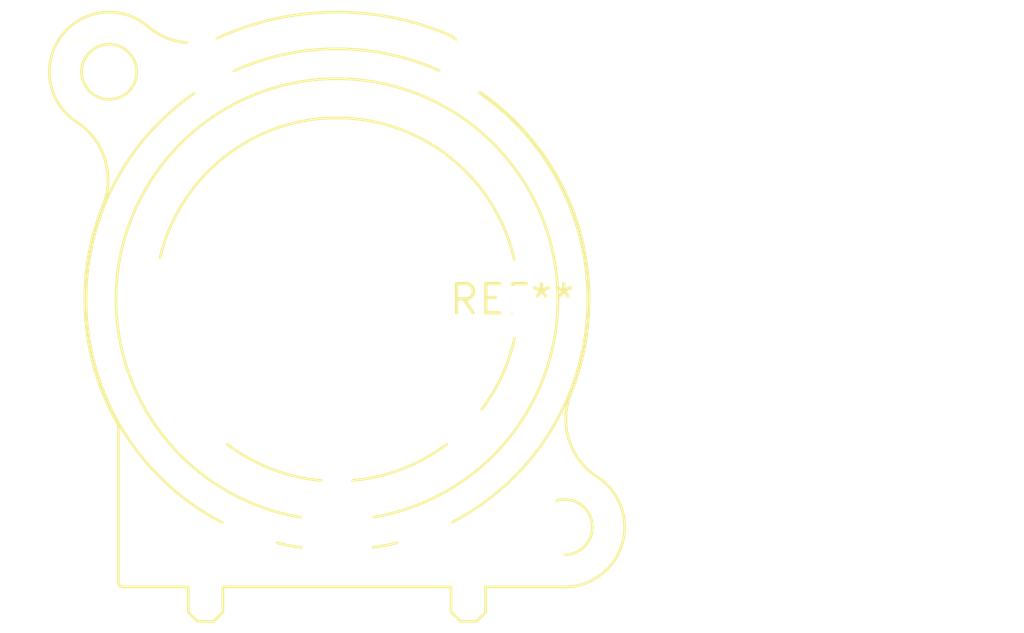
<source format=kicad_pcb>
(kicad_pcb (version 20240108) (generator pcbnew)
  (layers (0 "F.Cu" signal) (31 "B.Cu" signal) (34 "B.Paste" user) (35 "F.Paste" user) (36 "B.SilkS" user "B.Silkscreen") (37 "F.SilkS" user "F.Silkscreen") (38 "B.Mask" user) (39 "F.Mask" user) (44 "Edge.Cuts" user))
  (net 0 "")
  (footprint "Jack_XLR-6.35mm_Neutrik_NCJ6FA-V_Vertical" (layer "F.Cu") (at 0 0)
    (property "Reference" "REF**")
    (property "Value" "Jack_XLR-6.35mm_Neutrik_NCJ6FA-V_Vertical")
    (fp_line (start -17.12 5.51) (end -17.12 12.3) (layer "F.SilkS") (stroke (width 0.12)))
    (fp_line (start -14.08 12.5) (end -16.92 12.5) (layer "F.SilkS") (stroke (width 0.12)))
    (fp_line (start -14.08 12.5) (end -14.08 13.6) (layer "F.SilkS") (stroke (width 0.12)))
    (fp_line (start -13.68 14) (end -14.08 13.6) (layer "F.SilkS") (stroke (width 0.12)))
    (fp_line (start -12.98 14) (end -13.68 14) (layer "F.SilkS") (stroke (width 0.12)))
    (fp_line (start -12.98 14) (end -12.58 13.6) (layer "F.SilkS") (stroke (width 0.12)))
    (fp_line (start -12.58 12.5) (end -12.58 13.6) (layer "F.SilkS") (stroke (width 0.12)))
    (fp_line (start -12.58 12.5) (end -2.66 12.5) (layer "F.SilkS") (stroke (width 0.12)))
    (fp_line (start -2.66 12.5) (end -2.66 13.6) (layer "F.SilkS") (stroke (width 0.12)))
    (fp_line (start -2.26 14) (end -2.66 13.6) (layer "F.SilkS") (stroke (width 0.12)))
    (fp_line (start -1.56 14) (end -2.26 14) (layer "F.SilkS") (stroke (width 0.12)))
    (fp_line (start -1.56 14) (end -1.16 13.6) (layer "F.SilkS") (stroke (width 0.12)))
    (fp_line (start -1.16 12.5) (end -1.16 13.6) (layer "F.SilkS") (stroke (width 0.12)))
    (fp_line (start 2.28 12.5) (end -1.16 12.5) (layer "F.SilkS") (stroke (width 0.12)))
    (fp_arc (start -18.934795 -7.72258) (mid -19.602935 -11.450543) (end -15.84 -11.88) (layer "F.SilkS") (stroke (width 0.12)))
    (fp_arc (start -18.930969 -7.719195) (mid -17.705389 -6.104985) (end -17.79 -4.08) (layer "F.SilkS") (stroke (width 0.12)))
    (fp_arc (start -17.154956 5.397698) (mid -17.130185 5.451579) (end -17.12 5.51) (layer "F.SilkS") (stroke (width 0.12)))
    (fp_arc (start -17.144015 5.419265) (mid -18.552638 0.743459) (end -17.79 -4.08) (layer "F.SilkS") (stroke (width 0.12)))
    (fp_arc (start -16.92 12.5) (mid -17.061421 12.441421) (end -17.12 12.3) (layer "F.SilkS") (stroke (width 0.12)))
    (fp_arc (start -15.31 -1.8) (mid -7.589115 -7.897794) (end 0.083843 -1.739802) (layer "F.SilkS") (stroke (width 0.12)))
    (fp_arc (start -14.148924 -11.168665) (mid -15.050317 -11.391547) (end -15.84 -11.88) (layer "F.SilkS") (stroke (width 0.12)))
    (fp_arc (start -12.835768 -11.357498) (mid -7.808953 -12.496451) (end -2.75 -11.51) (layer "F.SilkS") (stroke (width 0.12)))
    (fp_arc (start -12.6 9.7) (mid -18.500043 0.717682) (end -13.830991 -8.961807) (layer "F.SilkS") (stroke (width 0.12)))
    (fp_arc (start -12.1 -9.94) (mid -7.641178 -10.902915) (end -3.178648 -9.957329) (layer "F.SilkS") (stroke (width 0.12)))
    (fp_arc (start -9.2 9.47) (mid -7.62467 -9.6009) (end -6.030789 9.468459) (layer "F.SilkS") (stroke (width 0.12)))
    (fp_arc (start -9.17 10.79) (mid -9.695239 10.701401) (end -10.215522 10.58725) (layer "F.SilkS") (stroke (width 0.12)))
    (fp_arc (start -8.3 7.87) (mid -10.455796 7.372758) (end -12.389148 6.297184) (layer "F.SilkS") (stroke (width 0.12)))
    (fp_arc (start -5 10.58) (mid -5.529293 10.697184) (end -6.063757 10.787906) (layer "F.SilkS") (stroke (width 0.12)))
    (fp_arc (start -2.850852 6.297184) (mid -4.784204 7.372758) (end -6.94 7.87) (layer "F.SilkS") (stroke (width 0.12)))
    (fp_arc (start -2.789231 -11.524852) (mid -2.608846 -11.434431) (end -2.45 -11.31) (layer "F.SilkS") (stroke (width 0.12)))
    (fp_arc (start -1.45 -8.99) (mid 3.262553 0.677525) (end -2.61272 9.685874) (layer "F.SilkS") (stroke (width 0.12)))
    (fp_arc (start -1.372521 -9.002461) (mid 2.876242 -3.147094) (end 2.55 4.08) (layer "F.SilkS") (stroke (width 0.12)))
    (fp_arc (start 0.097858 1.687355) (mid -0.447404 3.31155) (end -1.33 4.78) (layer "F.SilkS") (stroke (width 0.12)))
    (fp_arc (start 1.932014 8.75139) (mid 3.4657 9.714222) (end 2.3 11.1) (layer "F.SilkS") (stroke (width 0.12)))
    (fp_arc (start 3.687208 7.712208) (mid 2.463871 6.101094) (end 2.55 4.08) (layer "F.SilkS") (stroke (width 0.12)))
    (fp_arc (start 3.696061 7.719457) (mid 4.772931 10.63844) (end 2.28 12.5) (layer "F.SilkS") (stroke (width 0.12)))
    (fp_circle (center -17.52 -9.9) (end -16.32 -9.9) (layer "F.SilkS") (stroke (width 0.12)) (fill none))
    (pad "" np_thru_hole circle (at -13.335 -10.16) (size 2.2 2.2) (drill 2.2) (layers *.Cu *.Mask))
    (pad "" np_thru_hole circle (at -11.43 10.16) (size 2.2 2.2) (drill 2.2) (layers *.Cu *.Mask))
    (pad "" np_thru_hole circle (at -7.62 0) (size 4 4) (drill 4) (layers *.Cu *.Mask))
    (pad "" np_thru_hole circle (at -7.62 10.16) (size 3 3) (drill 3) (layers *.Cu *.Mask))
    (pad "" np_thru_hole circle (at -3.81 10.16) (size 2.2 2.2) (drill 2.2) (layers *.Cu *.Mask))
    (pad "" np_thru_hole circle (at -1.905 -10.16) (size 2.2 2.2) (drill 2.2) (layers *.Cu *.Mask))
    (pad "1" thru_hole circle (at 0 0) (size 2.9 2.9) (drill 1.2) (layers *.Cu *.Mask) (remove_unused_layers))
    (pad "2" thru_hole circle (at -15.24 0) (size 2.9 2.9) (drill 1.2) (layers *.Cu *.Mask) (remove_unused_layers))
    (pad "3" thru_hole circle (at -7.62 6.35) (size 2.9 2.9) (drill 1.2) (layers *.Cu *.Mask) (remove_unused_layers))
    (pad "G" thru_hole circle (at 0.635 10.16) (size 3.4 3.4) (drill 1.6) (layers *.Cu *.Mask) (remove_unused_layers))
    (pad "R" thru_hole circle (at -12.065 0) (size 2.9 2.9) (drill 1.2) (layers *.Cu *.Mask) (remove_unused_layers))
    (pad "S" thru_hole circle (at -3.175 0) (size 2.9 2.9) (drill 1.2) (layers *.Cu *.Mask) (remove_unused_layers))
    (pad "T" thru_hole circle (at -12.065 4.445) (size 3.4 3.4) (drill 1.6) (layers *.Cu *.Mask) (remove_unused_layers))
    (pad "T" thru_hole circle (at -3.175 4.445) (size 3.4 3.4) (drill 1.6) (layers *.Cu *.Mask) (remove_unused_layers))
  )
)
</source>
